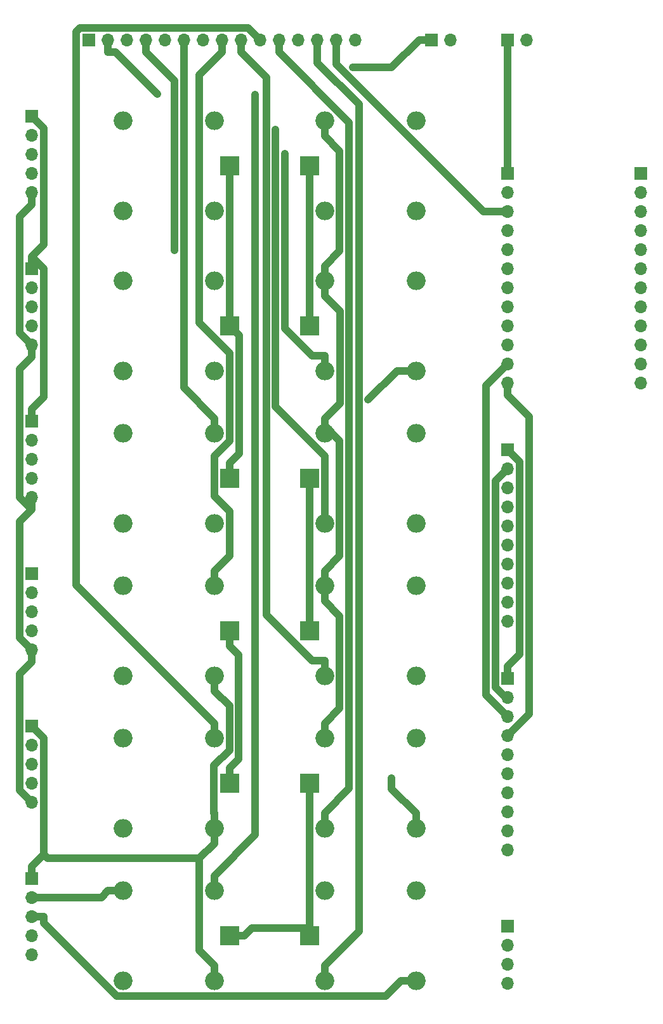
<source format=gbr>
%TF.GenerationSoftware,KiCad,Pcbnew,(6.0.9)*%
%TF.CreationDate,2023-01-03T15:05:35+01:00*%
%TF.ProjectId,BMA,424d412e-6b69-4636-9164-5f7063625858,rev?*%
%TF.SameCoordinates,Original*%
%TF.FileFunction,Copper,L1,Top*%
%TF.FilePolarity,Positive*%
%FSLAX46Y46*%
G04 Gerber Fmt 4.6, Leading zero omitted, Abs format (unit mm)*
G04 Created by KiCad (PCBNEW (6.0.9)) date 2023-01-03 15:05:35*
%MOMM*%
%LPD*%
G01*
G04 APERTURE LIST*
%TA.AperFunction,ComponentPad*%
%ADD10R,1.700000X1.700000*%
%TD*%
%TA.AperFunction,ComponentPad*%
%ADD11O,1.700000X1.700000*%
%TD*%
%TA.AperFunction,ComponentPad*%
%ADD12R,2.500000X2.500000*%
%TD*%
%TA.AperFunction,ComponentPad*%
%ADD13O,2.500000X2.500000*%
%TD*%
%TA.AperFunction,ViaPad*%
%ADD14C,0.800000*%
%TD*%
%TA.AperFunction,Conductor*%
%ADD15C,1.000000*%
%TD*%
G04 APERTURE END LIST*
D10*
%TO.P,J7,1,Pin_1*%
%TO.N,unconnected-(J7-Pad1)*%
X132080000Y-45720000D03*
D11*
%TO.P,J7,2,Pin_2*%
%TO.N,unconnected-(J7-Pad2)*%
X132080000Y-48260000D03*
%TO.P,J7,3,Pin_3*%
%TO.N,unconnected-(J7-Pad3)*%
X132080000Y-50800000D03*
%TO.P,J7,4,Pin_4*%
%TO.N,unconnected-(J7-Pad4)*%
X132080000Y-53340000D03*
%TO.P,J7,5,Pin_5*%
%TO.N,unconnected-(J7-Pad5)*%
X132080000Y-55880000D03*
%TO.P,J7,6,Pin_6*%
%TO.N,unconnected-(J7-Pad6)*%
X132080000Y-58420000D03*
%TO.P,J7,7,Pin_7*%
%TO.N,unconnected-(J7-Pad7)*%
X132080000Y-60960000D03*
%TO.P,J7,8,Pin_8*%
%TO.N,unconnected-(J7-Pad8)*%
X132080000Y-63500000D03*
%TO.P,J7,9,Pin_9*%
%TO.N,unconnected-(J7-Pad9)*%
X132080000Y-66040000D03*
%TO.P,J7,10,Pin_10*%
%TO.N,unconnected-(J7-Pad10)*%
X132080000Y-68580000D03*
%TO.P,J7,11,Pin_11*%
%TO.N,unconnected-(J7-Pad11)*%
X132080000Y-71120000D03*
%TO.P,J7,12,Pin_12*%
%TO.N,unconnected-(J7-Pad12)*%
X132080000Y-73660000D03*
%TD*%
D10*
%TO.P,J5,1,Pin_1*%
%TO.N,Net-(J1-Pad1)*%
X50800000Y-58420000D03*
D11*
%TO.P,J5,2,Pin_2*%
%TO.N,Net-(J5-Pad2)*%
X50800000Y-60960000D03*
%TO.P,J5,3,Pin_3*%
%TO.N,Net-(J5-Pad3)*%
X50800000Y-63500000D03*
%TO.P,J5,4,Pin_4*%
%TO.N,Net-(J5-Pad4)*%
X50800000Y-66040000D03*
%TO.P,J5,5,Pin_5*%
%TO.N,Net-(J10-Pad1)*%
X50800000Y-68580000D03*
%TD*%
D12*
%TO.P,K4,1*%
%TO.N,Net-(J2-Pad1)*%
X87892500Y-66040000D03*
D13*
%TO.P,K4,2*%
%TO.N,Net-(J1-Pad5)*%
X89892500Y-72040000D03*
%TO.P,K4,3*%
%TO.N,Net-(J5-Pad3)*%
X102092500Y-72040000D03*
%TO.P,K4,4*%
%TO.N,unconnected-(K4-Pad4)*%
X102092500Y-60040000D03*
%TO.P,K4,5*%
%TO.N,Net-(J1-Pad1)*%
X89892500Y-60040000D03*
%TD*%
D10*
%TO.P,J2,1,Pin_1*%
%TO.N,Net-(J2-Pad1)*%
X104140000Y-27940000D03*
D11*
%TO.P,J2,2,Pin_2*%
%TO.N,Net-(J1-Pad1)*%
X106680000Y-27940000D03*
%TD*%
D10*
%TO.P,J11,1,Pin_1*%
%TO.N,Net-(J1-Pad1)*%
X50800000Y-99060000D03*
D11*
%TO.P,J11,2,Pin_2*%
%TO.N,Net-(J11-Pad2)*%
X50800000Y-101600000D03*
%TO.P,J11,3,Pin_3*%
%TO.N,Net-(J11-Pad3)*%
X50800000Y-104140000D03*
%TO.P,J11,4,Pin_4*%
%TO.N,Net-(J11-Pad4)*%
X50800000Y-106680000D03*
%TO.P,J11,5,Pin_5*%
%TO.N,Net-(J10-Pad1)*%
X50800000Y-109220000D03*
%TD*%
D12*
%TO.P,K11,1*%
%TO.N,Net-(J2-Pad1)*%
X77207500Y-147320000D03*
D13*
%TO.P,K11,2*%
%TO.N,Net-(J1-Pad12)*%
X75207500Y-141320000D03*
%TO.P,K11,3*%
%TO.N,Net-(J14-Pad2)*%
X63007500Y-141320000D03*
%TO.P,K11,4*%
%TO.N,unconnected-(K11-Pad4)*%
X63007500Y-153320000D03*
%TO.P,K11,5*%
%TO.N,Net-(J1-Pad1)*%
X75207500Y-153320000D03*
%TD*%
D10*
%TO.P,J4,1,Pin_1*%
%TO.N,Net-(J1-Pad1)*%
X50800000Y-38100000D03*
D11*
%TO.P,J4,2,Pin_2*%
%TO.N,Net-(J4-Pad2)*%
X50800000Y-40640000D03*
%TO.P,J4,3,Pin_3*%
%TO.N,Net-(J4-Pad3)*%
X50800000Y-43180000D03*
%TO.P,J4,4,Pin_4*%
%TO.N,Net-(J4-Pad4)*%
X50800000Y-45720000D03*
%TO.P,J4,5,Pin_5*%
%TO.N,Net-(J10-Pad1)*%
X50800000Y-48260000D03*
%TD*%
D12*
%TO.P,K12,1*%
%TO.N,Net-(J2-Pad1)*%
X87892500Y-147320000D03*
D13*
%TO.P,K12,2*%
%TO.N,Net-(J1-Pad13)*%
X89892500Y-153320000D03*
%TO.P,K12,3*%
%TO.N,Net-(J14-Pad3)*%
X102092500Y-153320000D03*
%TO.P,K12,4*%
%TO.N,unconnected-(K12-Pad4)*%
X102092500Y-141320000D03*
%TO.P,K12,5*%
%TO.N,Net-(J1-Pad1)*%
X89892500Y-141320000D03*
%TD*%
D10*
%TO.P,J8,1,Pin_1*%
%TO.N,Net-(J1-Pad1)*%
X50800000Y-78740000D03*
D11*
%TO.P,J8,2,Pin_2*%
%TO.N,Net-(J8-Pad2)*%
X50800000Y-81280000D03*
%TO.P,J8,3,Pin_3*%
%TO.N,Net-(J8-Pad3)*%
X50800000Y-83820000D03*
%TO.P,J8,4,Pin_4*%
%TO.N,Net-(J8-Pad4)*%
X50800000Y-86360000D03*
%TO.P,J8,5,Pin_5*%
%TO.N,Net-(J10-Pad1)*%
X50800000Y-88900000D03*
%TD*%
D10*
%TO.P,J6,1,Pin_1*%
%TO.N,Net-(J10-Pad1)*%
X114300000Y-45720000D03*
D11*
%TO.P,J6,2,Pin_2*%
%TO.N,Net-(J1-Pad1)*%
X114300000Y-48260000D03*
%TO.P,J6,3,Pin_3*%
%TO.N,Net-(J1-Pad14)*%
X114300000Y-50800000D03*
%TO.P,J6,4,Pin_4*%
%TO.N,Net-(J1-Pad15)*%
X114300000Y-53340000D03*
%TO.P,J6,5,Pin_5*%
%TO.N,unconnected-(J6-Pad5)*%
X114300000Y-55880000D03*
%TO.P,J6,6,Pin_6*%
%TO.N,unconnected-(J6-Pad6)*%
X114300000Y-58420000D03*
%TO.P,J6,7,Pin_7*%
%TO.N,unconnected-(J6-Pad7)*%
X114300000Y-60960000D03*
%TO.P,J6,8,Pin_8*%
%TO.N,unconnected-(J6-Pad8)*%
X114300000Y-63500000D03*
%TO.P,J6,9,Pin_9*%
%TO.N,Net-(J6-Pad9)*%
X114300000Y-66040000D03*
%TO.P,J6,10,Pin_10*%
%TO.N,Net-(J6-Pad10)*%
X114300000Y-68580000D03*
%TO.P,J6,11,Pin_11*%
%TO.N,Net-(J10-Pad3)*%
X114300000Y-71120000D03*
%TO.P,J6,12,Pin_12*%
%TO.N,Net-(J10-Pad4)*%
X114300000Y-73660000D03*
%TD*%
D12*
%TO.P,K1,1*%
%TO.N,Net-(J2-Pad1)*%
X77207500Y-44712500D03*
D13*
%TO.P,K1,2*%
%TO.N,Net-(J1-Pad2)*%
X75207500Y-38712500D03*
%TO.P,K1,3*%
%TO.N,Net-(J4-Pad2)*%
X63007500Y-38712500D03*
%TO.P,K1,4*%
%TO.N,unconnected-(K1-Pad4)*%
X63007500Y-50712500D03*
%TO.P,K1,5*%
%TO.N,Net-(J1-Pad1)*%
X75207500Y-50712500D03*
%TD*%
D12*
%TO.P,K3,1*%
%TO.N,Net-(J2-Pad1)*%
X77207500Y-66040000D03*
D13*
%TO.P,K3,2*%
%TO.N,Net-(J1-Pad4)*%
X75207500Y-60040000D03*
%TO.P,K3,3*%
%TO.N,Net-(J5-Pad2)*%
X63007500Y-60040000D03*
%TO.P,K3,4*%
%TO.N,unconnected-(K3-Pad4)*%
X63007500Y-72040000D03*
%TO.P,K3,5*%
%TO.N,Net-(J1-Pad1)*%
X75207500Y-72040000D03*
%TD*%
D12*
%TO.P,K9,1*%
%TO.N,Net-(J2-Pad1)*%
X77207500Y-127000000D03*
D13*
%TO.P,K9,2*%
%TO.N,Net-(J1-Pad10)*%
X75207500Y-121000000D03*
%TO.P,K9,3*%
%TO.N,Net-(J13-Pad2)*%
X63007500Y-121000000D03*
%TO.P,K9,4*%
%TO.N,unconnected-(K9-Pad4)*%
X63007500Y-133000000D03*
%TO.P,K9,5*%
%TO.N,Net-(J1-Pad1)*%
X75207500Y-133000000D03*
%TD*%
D10*
%TO.P,J12,1,Pin_1*%
%TO.N,Net-(J1-Pad1)*%
X114300000Y-146060000D03*
D11*
%TO.P,J12,2,Pin_2*%
%TO.N,Net-(J10-Pad10)*%
X114300000Y-148600000D03*
%TO.P,J12,3,Pin_3*%
%TO.N,Net-(J10-Pad1)*%
X114300000Y-151140000D03*
%TO.P,J12,4,Pin_4*%
%TO.N,unconnected-(J12-Pad4)*%
X114300000Y-153680000D03*
%TD*%
D12*
%TO.P,K6,1*%
%TO.N,Net-(J2-Pad1)*%
X87892500Y-86360000D03*
D13*
%TO.P,K6,2*%
%TO.N,Net-(J1-Pad7)*%
X89892500Y-92360000D03*
%TO.P,K6,3*%
%TO.N,Net-(J8-Pad3)*%
X102092500Y-92360000D03*
%TO.P,K6,4*%
%TO.N,unconnected-(K6-Pad4)*%
X102092500Y-80360000D03*
%TO.P,K6,5*%
%TO.N,Net-(J1-Pad1)*%
X89892500Y-80360000D03*
%TD*%
D10*
%TO.P,J9,1,Pin_1*%
%TO.N,Net-(J10-Pad1)*%
X114300000Y-82555000D03*
D11*
%TO.P,J9,2,Pin_2*%
%TO.N,Net-(J1-Pad1)*%
X114300000Y-85095000D03*
%TO.P,J9,3,Pin_3*%
%TO.N,Net-(J6-Pad9)*%
X114300000Y-87635000D03*
%TO.P,J9,4,Pin_4*%
%TO.N,Net-(J6-Pad10)*%
X114300000Y-90175000D03*
%TO.P,J9,5,Pin_5*%
%TO.N,unconnected-(J9-Pad5)*%
X114300000Y-92715000D03*
%TO.P,J9,6,Pin_6*%
%TO.N,unconnected-(J9-Pad6)*%
X114300000Y-95255000D03*
%TO.P,J9,7,Pin_7*%
%TO.N,Net-(J4-Pad4)*%
X114300000Y-97795000D03*
%TO.P,J9,8,Pin_8*%
%TO.N,Net-(J5-Pad4)*%
X114300000Y-100335000D03*
%TO.P,J9,9,Pin_9*%
%TO.N,Net-(J8-Pad4)*%
X114300000Y-102875000D03*
%TO.P,J9,10,Pin_10*%
%TO.N,Net-(J11-Pad4)*%
X114300000Y-105415000D03*
%TD*%
D12*
%TO.P,K7,1*%
%TO.N,Net-(J2-Pad1)*%
X77207500Y-106680000D03*
D13*
%TO.P,K7,2*%
%TO.N,Net-(J1-Pad8)*%
X75207500Y-100680000D03*
%TO.P,K7,3*%
%TO.N,Net-(J11-Pad2)*%
X63007500Y-100680000D03*
%TO.P,K7,4*%
%TO.N,unconnected-(K7-Pad4)*%
X63007500Y-112680000D03*
%TO.P,K7,5*%
%TO.N,Net-(J1-Pad1)*%
X75207500Y-112680000D03*
%TD*%
D10*
%TO.P,J13,1,Pin_1*%
%TO.N,Net-(J1-Pad1)*%
X50800000Y-119380000D03*
D11*
%TO.P,J13,2,Pin_2*%
%TO.N,Net-(J13-Pad2)*%
X50800000Y-121920000D03*
%TO.P,J13,3,Pin_3*%
%TO.N,Net-(J13-Pad3)*%
X50800000Y-124460000D03*
%TO.P,J13,4,Pin_4*%
%TO.N,Net-(J10-Pad7)*%
X50800000Y-127000000D03*
%TO.P,J13,5,Pin_5*%
%TO.N,Net-(J10-Pad1)*%
X50800000Y-129540000D03*
%TD*%
D10*
%TO.P,J14,1,Pin_1*%
%TO.N,Net-(J1-Pad1)*%
X50800000Y-139700000D03*
D11*
%TO.P,J14,2,Pin_2*%
%TO.N,Net-(J14-Pad2)*%
X50800000Y-142240000D03*
%TO.P,J14,3,Pin_3*%
%TO.N,Net-(J14-Pad3)*%
X50800000Y-144780000D03*
%TO.P,J14,4,Pin_4*%
%TO.N,Net-(J10-Pad8)*%
X50800000Y-147320000D03*
%TO.P,J14,5,Pin_5*%
%TO.N,Net-(J10-Pad1)*%
X50800000Y-149860000D03*
%TD*%
D10*
%TO.P,J1,1,Pin_1*%
%TO.N,Net-(J1-Pad1)*%
X58420000Y-27940000D03*
D11*
%TO.P,J1,2,Pin_2*%
%TO.N,Net-(J1-Pad2)*%
X60960000Y-27940000D03*
%TO.P,J1,3,Pin_3*%
%TO.N,Net-(J1-Pad3)*%
X63500000Y-27940000D03*
%TO.P,J1,4,Pin_4*%
%TO.N,Net-(J1-Pad4)*%
X66040000Y-27940000D03*
%TO.P,J1,5,Pin_5*%
%TO.N,Net-(J1-Pad5)*%
X68580000Y-27940000D03*
%TO.P,J1,6,Pin_6*%
%TO.N,Net-(J1-Pad6)*%
X71120000Y-27940000D03*
%TO.P,J1,7,Pin_7*%
%TO.N,Net-(J1-Pad7)*%
X73660000Y-27940000D03*
%TO.P,J1,8,Pin_8*%
%TO.N,Net-(J1-Pad8)*%
X76200000Y-27940000D03*
%TO.P,J1,9,Pin_9*%
%TO.N,Net-(J1-Pad9)*%
X78740000Y-27940000D03*
%TO.P,J1,10,Pin_10*%
%TO.N,Net-(J1-Pad10)*%
X81280000Y-27940000D03*
%TO.P,J1,11,Pin_11*%
%TO.N,Net-(J1-Pad11)*%
X83820000Y-27940000D03*
%TO.P,J1,12,Pin_12*%
%TO.N,Net-(J1-Pad12)*%
X86360000Y-27940000D03*
%TO.P,J1,13,Pin_13*%
%TO.N,Net-(J1-Pad13)*%
X88900000Y-27940000D03*
%TO.P,J1,14,Pin_14*%
%TO.N,Net-(J1-Pad14)*%
X91440000Y-27940000D03*
%TO.P,J1,15,Pin_15*%
%TO.N,Net-(J1-Pad15)*%
X93980000Y-27940000D03*
%TD*%
D12*
%TO.P,K10,1*%
%TO.N,Net-(J2-Pad1)*%
X87892500Y-127000000D03*
D13*
%TO.P,K10,2*%
%TO.N,Net-(J1-Pad11)*%
X89892500Y-133000000D03*
%TO.P,K10,3*%
%TO.N,Net-(J13-Pad3)*%
X102092500Y-133000000D03*
%TO.P,K10,4*%
%TO.N,unconnected-(K10-Pad4)*%
X102092500Y-121000000D03*
%TO.P,K10,5*%
%TO.N,Net-(J1-Pad1)*%
X89892500Y-121000000D03*
%TD*%
D10*
%TO.P,J3,1,Pin_1*%
%TO.N,Net-(J10-Pad1)*%
X114300000Y-27940000D03*
D11*
%TO.P,J3,2,Pin_2*%
%TO.N,Net-(J1-Pad1)*%
X116840000Y-27940000D03*
%TD*%
D10*
%TO.P,J10,1,Pin_1*%
%TO.N,Net-(J10-Pad1)*%
X114300000Y-113035000D03*
D11*
%TO.P,J10,2,Pin_2*%
%TO.N,Net-(J1-Pad1)*%
X114300000Y-115575000D03*
%TO.P,J10,3,Pin_3*%
%TO.N,Net-(J10-Pad3)*%
X114300000Y-118115000D03*
%TO.P,J10,4,Pin_4*%
%TO.N,Net-(J10-Pad4)*%
X114300000Y-120655000D03*
%TO.P,J10,5,Pin_5*%
%TO.N,unconnected-(J10-Pad5)*%
X114300000Y-123195000D03*
%TO.P,J10,6,Pin_6*%
%TO.N,unconnected-(J10-Pad6)*%
X114300000Y-125735000D03*
%TO.P,J10,7,Pin_7*%
%TO.N,Net-(J10-Pad7)*%
X114300000Y-128275000D03*
%TO.P,J10,8,Pin_8*%
%TO.N,Net-(J10-Pad8)*%
X114300000Y-130815000D03*
%TO.P,J10,9,Pin_9*%
%TO.N,unconnected-(J10-Pad9)*%
X114300000Y-133355000D03*
%TO.P,J10,10,Pin_10*%
%TO.N,Net-(J10-Pad10)*%
X114300000Y-135895000D03*
%TD*%
D12*
%TO.P,K5,1*%
%TO.N,Net-(J2-Pad1)*%
X77207500Y-86360000D03*
D13*
%TO.P,K5,2*%
%TO.N,Net-(J1-Pad6)*%
X75207500Y-80360000D03*
%TO.P,K5,3*%
%TO.N,Net-(J8-Pad2)*%
X63007500Y-80360000D03*
%TO.P,K5,4*%
%TO.N,unconnected-(K5-Pad4)*%
X63007500Y-92360000D03*
%TO.P,K5,5*%
%TO.N,Net-(J1-Pad1)*%
X75207500Y-92360000D03*
%TD*%
D12*
%TO.P,K2,1*%
%TO.N,Net-(J2-Pad1)*%
X87892500Y-44712500D03*
D13*
%TO.P,K2,2*%
%TO.N,Net-(J1-Pad3)*%
X89892500Y-50712500D03*
%TO.P,K2,3*%
%TO.N,Net-(J4-Pad3)*%
X102092500Y-50712500D03*
%TO.P,K2,4*%
%TO.N,unconnected-(K2-Pad4)*%
X102092500Y-38712500D03*
%TO.P,K2,5*%
%TO.N,Net-(J1-Pad1)*%
X89892500Y-38712500D03*
%TD*%
D12*
%TO.P,K8,1*%
%TO.N,Net-(J2-Pad1)*%
X87892500Y-106680000D03*
D13*
%TO.P,K8,2*%
%TO.N,Net-(J1-Pad9)*%
X89892500Y-112680000D03*
%TO.P,K8,3*%
%TO.N,Net-(J11-Pad3)*%
X102092500Y-112680000D03*
%TO.P,K8,4*%
%TO.N,unconnected-(K8-Pad4)*%
X102092500Y-100680000D03*
%TO.P,K8,5*%
%TO.N,Net-(J1-Pad1)*%
X89892500Y-100680000D03*
%TD*%
D14*
%TO.N,Net-(J1-Pad2)*%
X67600800Y-35172200D03*
%TO.N,Net-(J1-Pad4)*%
X69834800Y-55921000D03*
%TO.N,Net-(J1-Pad5)*%
X84615700Y-43073300D03*
%TO.N,Net-(J1-Pad7)*%
X83365600Y-39893500D03*
%TO.N,Net-(J1-Pad12)*%
X80645400Y-35254700D03*
%TO.N,Net-(J2-Pad1)*%
X93691300Y-31616800D03*
%TO.N,Net-(J13-Pad3)*%
X98837300Y-126349000D03*
%TO.N,Net-(J5-Pad3)*%
X95714900Y-75889000D03*
%TD*%
D15*
%TO.N,Net-(J1-Pad1)*%
X112699900Y-114195700D02*
X114079200Y-115575000D01*
X89892500Y-62040100D02*
X91923900Y-64071500D01*
X75207500Y-133000000D02*
X75207500Y-130999900D01*
X52418700Y-120998700D02*
X50800000Y-119380000D01*
X50800000Y-38100000D02*
X52400100Y-39700100D01*
X73184400Y-149296800D02*
X73184400Y-137023200D01*
X52400100Y-55219800D02*
X50800000Y-56819900D01*
X114300000Y-85095000D02*
X112699900Y-86695100D01*
X50800000Y-58420000D02*
X50800000Y-56819900D01*
X89892500Y-60040000D02*
X89892500Y-58039900D01*
X52960700Y-137023200D02*
X52418700Y-136481200D01*
X91898400Y-116994000D02*
X91898400Y-104686000D01*
X89892500Y-40712600D02*
X91896300Y-42716400D01*
X52400100Y-39700100D02*
X52400100Y-55219800D01*
X91896300Y-42716400D02*
X91896300Y-56036100D01*
X89892500Y-118999900D02*
X91898400Y-116994000D01*
X75155600Y-130948000D02*
X75155600Y-124660500D01*
X91911600Y-96660800D02*
X89892500Y-98679900D01*
X91911600Y-81379000D02*
X91911600Y-96660800D01*
X75207500Y-130999900D02*
X75155600Y-130948000D01*
X89892500Y-80360000D02*
X89892500Y-79359900D01*
X89892500Y-79359900D02*
X91911600Y-81379000D01*
X75155600Y-124660500D02*
X77207600Y-122608500D01*
X91898400Y-104686000D02*
X89892500Y-102680100D01*
X50800000Y-139700000D02*
X50800000Y-138099900D01*
X89892500Y-60040000D02*
X89892500Y-62040100D01*
X75207500Y-153320000D02*
X75207500Y-151319900D01*
X75207500Y-133000000D02*
X75207500Y-135000100D01*
X91923900Y-76328500D02*
X89892500Y-78359900D01*
X77207600Y-116680200D02*
X75207500Y-114680100D01*
X89892500Y-79359900D02*
X89892500Y-78359900D01*
X112699900Y-86695100D02*
X112699900Y-114195700D01*
X89892500Y-121000000D02*
X89892500Y-118999900D01*
X50800000Y-138099900D02*
X52418700Y-136481200D01*
X52400100Y-58420000D02*
X52400100Y-75539800D01*
X91923900Y-64071500D02*
X91923900Y-76328500D01*
X89892500Y-100680000D02*
X89892500Y-102680100D01*
X52418700Y-136481200D02*
X52418700Y-120998700D01*
X75207500Y-151319900D02*
X73184400Y-149296800D01*
X73184400Y-137023200D02*
X75207500Y-135000100D01*
X75207500Y-112680000D02*
X75207500Y-114680100D01*
X114079200Y-115575000D02*
X114300000Y-115575000D01*
X89892500Y-100680000D02*
X89892500Y-98679900D01*
X52400100Y-75539800D02*
X50800000Y-77139900D01*
X89892500Y-38712500D02*
X89892500Y-40712600D01*
X50800000Y-78740000D02*
X50800000Y-77139900D01*
X73184400Y-137023200D02*
X52960700Y-137023200D01*
X50800000Y-56819900D02*
X52400100Y-58420000D01*
X91896300Y-56036100D02*
X89892500Y-58039900D01*
X77207600Y-122608500D02*
X77207600Y-116680200D01*
%TO.N,Net-(J1-Pad2)*%
X60960000Y-27940000D02*
X60960000Y-29540100D01*
X61968700Y-29540100D02*
X67600800Y-35172200D01*
X60960000Y-29540100D02*
X61968700Y-29540100D01*
%TO.N,Net-(J1-Pad4)*%
X66040000Y-27940000D02*
X66040000Y-29540100D01*
X66040000Y-29540100D02*
X69834800Y-33334900D01*
X69834800Y-33334900D02*
X69834800Y-55921000D01*
%TO.N,Net-(J1-Pad5)*%
X88258500Y-70039900D02*
X89892500Y-70039900D01*
X84615700Y-66397100D02*
X88258500Y-70039900D01*
X84615700Y-43073300D02*
X84615700Y-66397100D01*
X89892500Y-72040000D02*
X89892500Y-70039900D01*
%TO.N,Net-(J1-Pad6)*%
X75207500Y-78359900D02*
X71120000Y-74272400D01*
X75207500Y-80360000D02*
X75207500Y-78359900D01*
X71120000Y-27940000D02*
X71120000Y-29540100D01*
X71120000Y-74272400D02*
X71120000Y-29540100D01*
%TO.N,Net-(J1-Pad7)*%
X89892500Y-92360000D02*
X89892500Y-90359900D01*
X89892600Y-90359900D02*
X89892500Y-90359900D01*
X83365600Y-39893500D02*
X83365600Y-76825900D01*
X89892600Y-83352900D02*
X89892600Y-90359900D01*
X83365600Y-76825900D02*
X89892600Y-83352900D01*
%TO.N,Net-(J1-Pad8)*%
X73180500Y-32559600D02*
X76200000Y-29540100D01*
X77219300Y-81348000D02*
X77219300Y-69633800D01*
X75199700Y-83367600D02*
X77219300Y-81348000D01*
X75207500Y-98679900D02*
X77207600Y-96679800D01*
X73180500Y-65595000D02*
X73180500Y-32559600D01*
X75199700Y-88743600D02*
X75199700Y-83367600D01*
X75207500Y-100680000D02*
X75207500Y-98679900D01*
X77207600Y-90751500D02*
X75199700Y-88743600D01*
X77207600Y-96679800D02*
X77207600Y-90751500D01*
X76200000Y-27940000D02*
X76200000Y-29540100D01*
X77219300Y-69633800D02*
X73180500Y-65595000D01*
%TO.N,Net-(J1-Pad9)*%
X82115500Y-104528000D02*
X88267400Y-110679900D01*
X88267400Y-110679900D02*
X89892500Y-110679900D01*
X89892500Y-112680000D02*
X89892500Y-110679900D01*
X78740000Y-29540100D02*
X82115500Y-32915600D01*
X82115500Y-32915600D02*
X82115500Y-104528000D01*
X78740000Y-27940000D02*
X78740000Y-29540100D01*
%TO.N,Net-(J1-Pad10)*%
X56773400Y-26793300D02*
X56773400Y-100565800D01*
X56773400Y-100565800D02*
X75207500Y-118999900D01*
X75207500Y-121000000D02*
X75207500Y-118999900D01*
X79654600Y-26314600D02*
X57252100Y-26314600D01*
X81280000Y-27940000D02*
X79654600Y-26314600D01*
X57252100Y-26314600D02*
X56773400Y-26793300D01*
%TO.N,Net-(J1-Pad11)*%
X89892500Y-130999900D02*
X93180600Y-127711800D01*
X93180600Y-127711800D02*
X93180600Y-38900700D01*
X83820000Y-27940000D02*
X83820000Y-29540100D01*
X93180600Y-38900700D02*
X83820000Y-29540100D01*
X89892500Y-133000000D02*
X89892500Y-130999900D01*
%TO.N,Net-(J1-Pad12)*%
X80645400Y-133882000D02*
X80645400Y-35254700D01*
X75207500Y-141320000D02*
X75207500Y-139319900D01*
X75207500Y-139319900D02*
X80645400Y-133882000D01*
%TO.N,Net-(J1-Pad13)*%
X88900000Y-30958800D02*
X94464800Y-36523600D01*
X94464800Y-36523600D02*
X94464800Y-146747600D01*
X88900000Y-27940000D02*
X88900000Y-30958800D01*
X89892500Y-153320000D02*
X89892500Y-151319900D01*
X94464800Y-146747600D02*
X89892500Y-151319900D01*
%TO.N,Net-(J2-Pad1)*%
X87892500Y-64039900D02*
X87892400Y-64039800D01*
X77207500Y-127000000D02*
X77207500Y-124999900D01*
X87892500Y-129000100D02*
X87892400Y-129000200D01*
X87892400Y-64039800D02*
X87892400Y-46712600D01*
X87892400Y-129000200D02*
X87892400Y-145319900D01*
X87892400Y-104679800D02*
X87892400Y-88360100D01*
X87892400Y-88360100D02*
X87892500Y-88360100D01*
X87892500Y-104679900D02*
X87892400Y-104679800D01*
X77207500Y-66040000D02*
X77207500Y-64039900D01*
X98863100Y-31616800D02*
X102539900Y-27940000D01*
X104140000Y-27940000D02*
X102539900Y-27940000D01*
X77207500Y-147320000D02*
X79207600Y-147320000D01*
X87892500Y-146319900D02*
X87892500Y-145319900D01*
X78494200Y-67326700D02*
X77207500Y-66040000D01*
X78457700Y-109930300D02*
X77207500Y-108680100D01*
X77207500Y-106680000D02*
X77207500Y-108680100D01*
X87892500Y-127000000D02*
X87892500Y-129000100D01*
X87892400Y-46712600D02*
X87892500Y-46712600D01*
X77207500Y-44712500D02*
X77207500Y-46712600D01*
X77207600Y-46712600D02*
X77207500Y-46712600D01*
X87892500Y-44712500D02*
X87892500Y-46712600D01*
X78494200Y-83073200D02*
X78494200Y-67326700D01*
X87892400Y-145319900D02*
X87892500Y-145319900D01*
X87892500Y-106680000D02*
X87892500Y-104679900D01*
X77207600Y-64039800D02*
X77207600Y-46712600D01*
X77207500Y-84359900D02*
X78494200Y-83073200D01*
X77207500Y-64039900D02*
X77207600Y-64039800D01*
X87892500Y-86360000D02*
X87892500Y-88360100D01*
X87892500Y-146319900D02*
X80207700Y-146319900D01*
X77207500Y-86360000D02*
X77207500Y-84359900D01*
X87892500Y-66040000D02*
X87892500Y-64039900D01*
X77207500Y-124999900D02*
X78457700Y-123749700D01*
X87892500Y-147320000D02*
X87892500Y-146319900D01*
X80207700Y-146319900D02*
X79207600Y-147320000D01*
X93691300Y-31616800D02*
X98863100Y-31616800D01*
X78457700Y-123749700D02*
X78457700Y-109930300D01*
%TO.N,Net-(J10-Pad1)*%
X50800000Y-48260000D02*
X50800000Y-49860100D01*
X49189300Y-66969300D02*
X50800000Y-68580000D01*
X49199800Y-92100300D02*
X49199800Y-107619800D01*
X49199800Y-127939800D02*
X49199800Y-112420300D01*
X50800000Y-90500100D02*
X49199800Y-88899900D01*
X50800000Y-90500100D02*
X49199800Y-92100300D01*
X50800000Y-49860100D02*
X49189300Y-51470800D01*
X50800000Y-109220000D02*
X50800000Y-110820100D01*
X114300000Y-113035000D02*
X114300000Y-111434900D01*
X49199800Y-71780300D02*
X50800000Y-70180100D01*
X49199800Y-88899900D02*
X49199800Y-71780300D01*
X49199800Y-107619800D02*
X50800000Y-109220000D01*
X49189300Y-51470800D02*
X49189300Y-66969300D01*
X50800000Y-88900000D02*
X50800000Y-90500100D01*
X115912500Y-109822400D02*
X115912500Y-84167500D01*
X50800000Y-129540000D02*
X49199800Y-127939800D01*
X50800000Y-68580000D02*
X50800000Y-70180100D01*
X114300000Y-27940000D02*
X114300000Y-45720000D01*
X114300000Y-111434900D02*
X115912500Y-109822400D01*
X115912500Y-84167500D02*
X114300000Y-82555000D01*
X49199800Y-112420300D02*
X50800000Y-110820100D01*
%TO.N,Net-(J10-Pad3)*%
X114300000Y-118115000D02*
X111444200Y-115259200D01*
X111444200Y-115259200D02*
X111444200Y-73975800D01*
X111444200Y-73975800D02*
X114300000Y-71120000D01*
%TO.N,Net-(J10-Pad4)*%
X117174900Y-117780100D02*
X117174900Y-78135000D01*
X114300000Y-120655000D02*
X117174900Y-117780100D01*
X114300000Y-73660000D02*
X114300000Y-75260100D01*
X117174900Y-78135000D02*
X114300000Y-75260100D01*
%TO.N,Net-(J13-Pad3)*%
X102092500Y-130999900D02*
X98837300Y-127744700D01*
X102092500Y-133000000D02*
X102092500Y-130999900D01*
X98837300Y-127744700D02*
X98837300Y-126349000D01*
%TO.N,Net-(J14-Pad2)*%
X50800000Y-142240000D02*
X60087400Y-142240000D01*
X60087400Y-142240000D02*
X61007400Y-141320000D01*
X63007500Y-141320000D02*
X61007400Y-141320000D01*
%TO.N,Net-(J5-Pad3)*%
X102092500Y-72040000D02*
X99563900Y-72040000D01*
X99563900Y-72040000D02*
X95714900Y-75889000D01*
%TO.N,Net-(J14-Pad3)*%
X98080500Y-155331900D02*
X100092400Y-153320000D01*
X52400100Y-144780000D02*
X52400100Y-145580000D01*
X52400100Y-145580000D02*
X62152000Y-155331900D01*
X62152000Y-155331900D02*
X98080500Y-155331900D01*
X102092500Y-153320000D02*
X100092400Y-153320000D01*
X50800000Y-144780000D02*
X52400100Y-144780000D01*
%TO.N,Net-(J1-Pad14)*%
X91440000Y-31138600D02*
X111101400Y-50800000D01*
X111101400Y-50800000D02*
X114300000Y-50800000D01*
X91440000Y-27940000D02*
X91440000Y-31138600D01*
%TD*%
M02*

</source>
